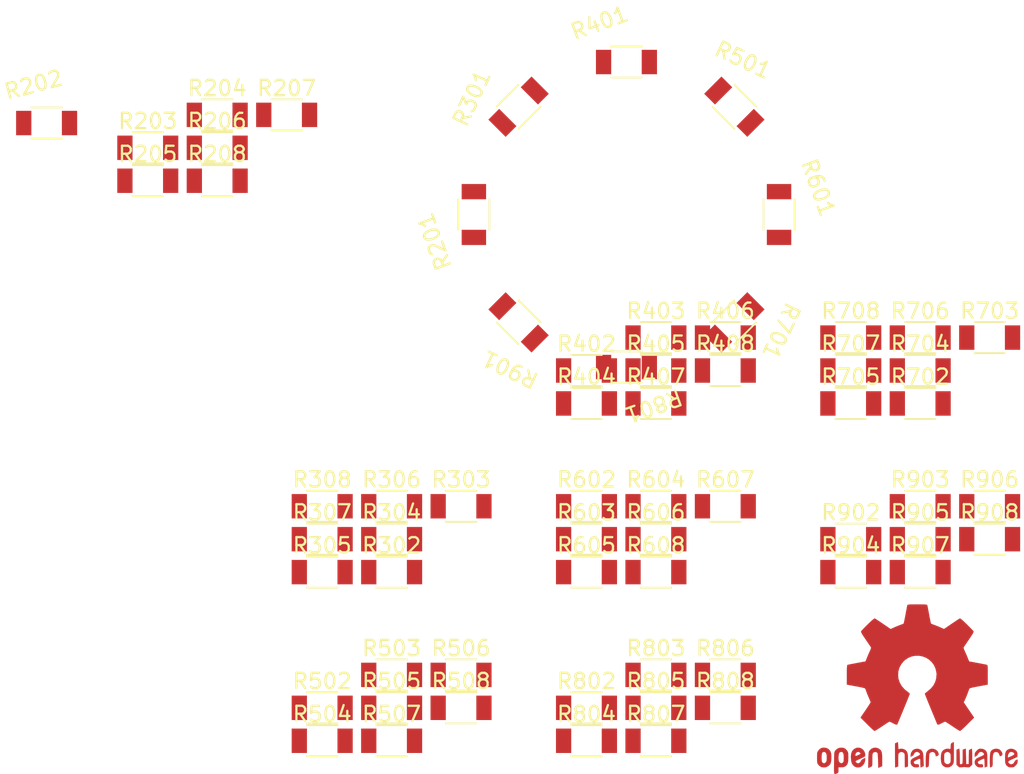
<source format=kicad_pcb>
(kicad_pcb (version 20211014) (generator pcbnew)
  (layers (0 "F.Cu" signal) (31 "B.Cu" signal) (34 "B.Paste" user) (35 "F.Paste" user) (36 "B.SilkS" user "B.Silkscreen") (37 "F.SilkS" user "F.Silkscreen") (38 "B.Mask" user) (39 "F.Mask" user) (44 "Edge.Cuts" user))
  (net 0 "")
  (footprint "Passives:R1206M" (layer "F.Cu") (at 80 50 180)
    (fp_text reference "R801" (at -1.768 -2.568 200 unlocked) (layer "F.SilkS"))
    (fp_text value "1k" hide)
    (pad "1" smd rect locked (at -1.5 0 180) (size 1 1.6) (layers "F.Cu" "F.Paste" "F.Mask"))
    (pad "2" smd rect locked (at 1.5 0 180) (size 1 1.6) (layers "F.Cu" "F.Paste" "F.Mask"))
  )
  (footprint "Passives:R1206M" (layer "F.Cu") (at 77.380001 59.130001)
    (fp_text reference "R602" (at 0 -1.75) (layer "F.SilkS"))
    (fp_text value "1k" hide)
    (pad "1" smd rect locked (at -1.5 0) (size 1 1.6) (layers "F.Cu" "F.Paste" "F.Mask"))
    (pad "2" smd rect locked (at 1.5 0) (size 1 1.6) (layers "F.Cu" "F.Paste" "F.Mask"))
  )
  (footprint "Passives:R1206M" (layer "F.Cu") (at 77.380001 61.290001)
    (fp_text reference "R603" (at 0 -1.75) (layer "F.SilkS"))
    (fp_text value "1k" hide)
    (pad "1" smd rect locked (at -1.5 0) (size 1 1.6) (layers "F.Cu" "F.Paste" "F.Mask"))
    (pad "2" smd rect locked (at 1.5 0) (size 1 1.6) (layers "F.Cu" "F.Paste" "F.Mask"))
  )
  (footprint "Passives:R1206M" (layer "F.Cu") (at 81.930001 59.130001)
    (fp_text reference "R604" (at 0 -1.75) (layer "F.SilkS"))
    (fp_text value "1k" hide)
    (pad "1" smd rect locked (at -1.5 0) (size 1 1.6) (layers "F.Cu" "F.Paste" "F.Mask"))
    (pad "2" smd rect locked (at 1.5 0) (size 1 1.6) (layers "F.Cu" "F.Paste" "F.Mask"))
  )
  (footprint "Passives:R1206M" (layer "F.Cu") (at 77.380001 63.450001)
    (fp_text reference "R605" (at 0 -1.75) (layer "F.SilkS"))
    (fp_text value "1k" hide)
    (pad "1" smd rect locked (at -1.5 0) (size 1 1.6) (layers "F.Cu" "F.Paste" "F.Mask"))
    (pad "2" smd rect locked (at 1.5 0) (size 1 1.6) (layers "F.Cu" "F.Paste" "F.Mask"))
  )
  (footprint "Passives:R1206M" (layer "F.Cu") (at 81.930001 61.290001)
    (fp_text reference "R606" (at 0 -1.75) (layer "F.SilkS"))
    (fp_text value "1k" hide)
    (pad "1" smd rect locked (at -1.5 0) (size 1 1.6) (layers "F.Cu" "F.Paste" "F.Mask"))
    (pad "2" smd rect locked (at 1.5 0) (size 1 1.6) (layers "F.Cu" "F.Paste" "F.Mask"))
  )
  (footprint "Passives:R1206M" (layer "F.Cu") (at 86.480001 59.130001)
    (fp_text reference "R607" (at 0 -1.75) (layer "F.SilkS"))
    (fp_text value "1k" hide)
    (pad "1" smd rect locked (at -1.5 0) (size 1 1.6) (layers "F.Cu" "F.Paste" "F.Mask"))
    (pad "2" smd rect locked (at 1.5 0) (size 1 1.6) (layers "F.Cu" "F.Paste" "F.Mask"))
  )
  (footprint "Passives:R1206M" (layer "F.Cu") (at 81.930001 63.450001)
    (fp_text reference "R608" (at 0 -1.75) (layer "F.SilkS"))
    (fp_text value "1k" hide)
    (pad "1" smd rect locked (at -1.5 0) (size 1 1.6) (layers "F.Cu" "F.Paste" "F.Mask"))
    (pad "2" smd rect locked (at 1.5 0) (size 1 1.6) (layers "F.Cu" "F.Paste" "F.Mask"))
  )
  (footprint "Passives:R1206M" (layer "F.Cu") (at 87.071067 47.071067 -135)
    (fp_text reference "R701" (at -1.768 -2.568 -115 unlocked) (layer "F.SilkS"))
    (fp_text value "1k" hide)
    (pad "1" smd rect locked (at -1.5 0 225) (size 1 1.6) (layers "F.Cu" "F.Paste" "F.Mask"))
    (pad "2" smd rect locked (at 1.5 0 225) (size 1 1.6) (layers "F.Cu" "F.Paste" "F.Mask"))
  )
  (footprint "Passives:R1206M" (layer "F.Cu") (at 99.250001 52.390001)
    (fp_text reference "R702" (at 0 -1.75) (layer "F.SilkS"))
    (fp_text value "1k" hide)
    (pad "1" smd rect locked (at -1.5 0) (size 1 1.6) (layers "F.Cu" "F.Paste" "F.Mask"))
    (pad "2" smd rect locked (at 1.5 0) (size 1 1.6) (layers "F.Cu" "F.Paste" "F.Mask"))
  )
  (footprint "Passives:R1206M" (layer "F.Cu") (at 103.800001 48.070001)
    (fp_text reference "R703" (at 0 -1.75) (layer "F.SilkS"))
    (fp_text value "1k" hide)
    (pad "1" smd rect locked (at -1.5 0) (size 1 1.6) (layers "F.Cu" "F.Paste" "F.Mask"))
    (pad "2" smd rect locked (at 1.5 0) (size 1 1.6) (layers "F.Cu" "F.Paste" "F.Mask"))
  )
  (footprint "Passives:R1206M" (layer "F.Cu") (at 99.250001 50.230001)
    (fp_text reference "R704" (at 0 -1.75) (layer "F.SilkS"))
    (fp_text value "1k" hide)
    (pad "1" smd rect locked (at -1.5 0) (size 1 1.6) (layers "F.Cu" "F.Paste" "F.Mask"))
    (pad "2" smd rect locked (at 1.5 0) (size 1 1.6) (layers "F.Cu" "F.Paste" "F.Mask"))
  )
  (footprint "Passives:R1206M" (layer "F.Cu") (at 94.700001 52.390001)
    (fp_text reference "R705" (at 0 -1.75) (layer "F.SilkS"))
    (fp_text value "1k" hide)
    (pad "1" smd rect locked (at -1.5 0) (size 1 1.6) (layers "F.Cu" "F.Paste" "F.Mask"))
    (pad "2" smd rect locked (at 1.5 0) (size 1 1.6) (layers "F.Cu" "F.Paste" "F.Mask"))
  )
  (footprint "Passives:R1206M" (layer "F.Cu") (at 99.250001 48.070001)
    (fp_text reference "R706" (at 0 -1.75) (layer "F.SilkS"))
    (fp_text value "1k" hide)
    (pad "1" smd rect locked (at -1.5 0) (size 1 1.6) (layers "F.Cu" "F.Paste" "F.Mask"))
    (pad "2" smd rect locked (at 1.5 0) (size 1 1.6) (layers "F.Cu" "F.Paste" "F.Mask"))
  )
  (footprint "Passives:R1206M" (layer "F.Cu") (at 94.700001 50.230001)
    (fp_text reference "R707" (at 0 -1.75) (layer "F.SilkS"))
    (fp_text value "1k" hide)
    (pad "1" smd rect locked (at -1.5 0) (size 1 1.6) (layers "F.Cu" "F.Paste" "F.Mask"))
    (pad "2" smd rect locked (at 1.5 0) (size 1 1.6) (layers "F.Cu" "F.Paste" "F.Mask"))
  )
  (footprint "Passives:R1206M" (layer "F.Cu") (at 94.700001 48.070001)
    (fp_text reference "R708" (at 0 -1.75) (layer "F.SilkS"))
    (fp_text value "1k" hide)
    (pad "1" smd rect locked (at -1.5 0) (size 1 1.6) (layers "F.Cu" "F.Paste" "F.Mask"))
    (pad "2" smd rect locked (at 1.5 0) (size 1 1.6) (layers "F.Cu" "F.Paste" "F.Mask"))
  )
  (footprint "Passives:R1206M" (layer "F.Cu") (at 90 40 -90)
    (fp_text reference "R601" (at -1.768 -2.568 -70 unlocked) (layer "F.SilkS"))
    (fp_text value "1k" hide)
    (pad "1" smd rect locked (at -1.5 0 270) (size 1 1.6) (layers "F.Cu" "F.Paste" "F.Mask"))
    (pad "2" smd rect locked (at 1.5 0 270) (size 1 1.6) (layers "F.Cu" "F.Paste" "F.Mask"))
  )
  (footprint "Passives:R1206M" (layer "F.Cu") (at 77.380001 72.350001)
    (fp_text reference "R802" (at 0 -1.75) (layer "F.SilkS"))
    (fp_text value "1k" hide)
    (pad "1" smd rect locked (at -1.5 0) (size 1 1.6) (layers "F.Cu" "F.Paste" "F.Mask"))
    (pad "2" smd rect locked (at 1.5 0) (size 1 1.6) (layers "F.Cu" "F.Paste" "F.Mask"))
  )
  (footprint "Passives:R1206M" (layer "F.Cu") (at 81.930001 70.190001)
    (fp_text reference "R803" (at 0 -1.75) (layer "F.SilkS"))
    (fp_text value "1k" hide)
    (pad "1" smd rect locked (at -1.5 0) (size 1 1.6) (layers "F.Cu" "F.Paste" "F.Mask"))
    (pad "2" smd rect locked (at 1.5 0) (size 1 1.6) (layers "F.Cu" "F.Paste" "F.Mask"))
  )
  (footprint "Passives:R1206M" (layer "F.Cu") (at 77.380001 74.510001)
    (fp_text reference "R804" (at 0 -1.75) (layer "F.SilkS"))
    (fp_text value "1k" hide)
    (pad "1" smd rect locked (at -1.5 0) (size 1 1.6) (layers "F.Cu" "F.Paste" "F.Mask"))
    (pad "2" smd rect locked (at 1.5 0) (size 1 1.6) (layers "F.Cu" "F.Paste" "F.Mask"))
  )
  (footprint "Passives:R1206M" (layer "F.Cu") (at 81.930001 72.350001)
    (fp_text reference "R805" (at 0 -1.75) (layer "F.SilkS"))
    (fp_text value "1k" hide)
    (pad "1" smd rect locked (at -1.5 0) (size 1 1.6) (layers "F.Cu" "F.Paste" "F.Mask"))
    (pad "2" smd rect locked (at 1.5 0) (size 1 1.6) (layers "F.Cu" "F.Paste" "F.Mask"))
  )
  (footprint "Passives:R1206M" (layer "F.Cu") (at 86.480001 70.190001)
    (fp_text reference "R806" (at 0 -1.75) (layer "F.SilkS"))
    (fp_text value "1k" hide)
    (pad "1" smd rect locked (at -1.5 0) (size 1 1.6) (layers "F.Cu" "F.Paste" "F.Mask"))
    (pad "2" smd rect locked (at 1.5 0) (size 1 1.6) (layers "F.Cu" "F.Paste" "F.Mask"))
  )
  (footprint "Passives:R1206M" (layer "F.Cu") (at 81.930001 74.510001)
    (fp_text reference "R807" (at 0 -1.75) (layer "F.SilkS"))
    (fp_text value "1k" hide)
    (pad "1" smd rect locked (at -1.5 0) (size 1 1.6) (layers "F.Cu" "F.Paste" "F.Mask"))
    (pad "2" smd rect locked (at 1.5 0) (size 1 1.6) (layers "F.Cu" "F.Paste" "F.Mask"))
  )
  (footprint "Passives:R1206M" (layer "F.Cu") (at 86.480001 72.350001)
    (fp_text reference "R808" (at 0 -1.75) (layer "F.SilkS"))
    (fp_text value "1k" hide)
    (pad "1" smd rect locked (at -1.5 0) (size 1 1.6) (layers "F.Cu" "F.Paste" "F.Mask"))
    (pad "2" smd rect locked (at 1.5 0) (size 1 1.6) (layers "F.Cu" "F.Paste" "F.Mask"))
  )
  (footprint "Passives:R1206M" (layer "F.Cu") (at 72.928932 47.071067 135)
    (fp_text reference "R901" (at -1.768 -2.568 155 unlocked) (layer "F.SilkS"))
    (fp_text value "1k" hide)
    (pad "1" smd rect locked (at -1.5 0 135) (size 1 1.6) (layers "F.Cu" "F.Paste" "F.Mask"))
    (pad "2" smd rect locked (at 1.5 0 135) (size 1 1.6) (layers "F.Cu" "F.Paste" "F.Mask"))
  )
  (footprint "Passives:R1206M" (layer "F.Cu") (at 94.700001 61.290001)
    (fp_text reference "R902" (at 0 -1.75) (layer "F.SilkS"))
    (fp_text value "1k" hide)
    (pad "1" smd rect locked (at -1.5 0) (size 1 1.6) (layers "F.Cu" "F.Paste" "F.Mask"))
    (pad "2" smd rect locked (at 1.5 0) (size 1 1.6) (layers "F.Cu" "F.Paste" "F.Mask"))
  )
  (footprint "Passives:R1206M" (layer "F.Cu") (at 99.250001 59.130001)
    (fp_text reference "R903" (at 0 -1.75) (layer "F.SilkS"))
    (fp_text value "1k" hide)
    (pad "1" smd rect locked (at -1.5 0) (size 1 1.6) (layers "F.Cu" "F.Paste" "F.Mask"))
    (pad "2" smd rect locked (at 1.5 0) (size 1 1.6) (layers "F.Cu" "F.Paste" "F.Mask"))
  )
  (footprint "Passives:R1206M" (layer "F.Cu") (at 94.700001 63.450001)
    (fp_text reference "R904" (at 0 -1.75) (layer "F.SilkS"))
    (fp_text value "1k" hide)
    (pad "1" smd rect locked (at -1.5 0) (size 1 1.6) (layers "F.Cu" "F.Paste" "F.Mask"))
    (pad "2" smd rect locked (at 1.5 0) (size 1 1.6) (layers "F.Cu" "F.Paste" "F.Mask"))
  )
  (footprint "Passives:R1206M" (layer "F.Cu") (at 99.250001 61.290001)
    (fp_text reference "R905" (at 0 -1.75) (layer "F.SilkS"))
    (fp_text value "1k" hide)
    (pad "1" smd rect locked (at -1.5 0) (size 1 1.6) (layers "F.Cu" "F.Paste" "F.Mask"))
    (pad "2" smd rect locked (at 1.5 0) (size 1 1.6) (layers "F.Cu" "F.Paste" "F.Mask"))
  )
  (footprint "Passives:R1206M" (layer "F.Cu") (at 103.800001 59.130001)
    (fp_text reference "R906" (at 0 -1.75) (layer "F.SilkS"))
    (fp_text value "1k" hide)
    (pad "1" smd rect locked (at -1.5 0) (size 1 1.6) (layers "F.Cu" "F.Paste" "F.Mask"))
    (pad "2" smd rect locked (at 1.5 0) (size 1 1.6) (layers "F.Cu" "F.Paste" "F.Mask"))
  )
  (footprint "Passives:R1206M" (layer "F.Cu") (at 99.250001 63.450001)
    (fp_text reference "R907" (at 0 -1.75) (layer "F.SilkS"))
    (fp_text value "1k" hide)
    (pad "1" smd rect locked (at -1.5 0) (size 1 1.6) (layers "F.Cu" "F.Paste" "F.Mask"))
    (pad "2" smd rect locked (at 1.5 0) (size 1 1.6) (layers "F.Cu" "F.Paste" "F.Mask"))
  )
  (footprint "Passives:R1206M" (layer "F.Cu") (at 103.800001 61.290001)
    (fp_text reference "R908" (at 0 -1.75) (layer "F.SilkS"))
    (fp_text value "1k" hide)
    (pad "1" smd rect locked (at -1.5 0) (size 1 1.6) (layers "F.Cu" "F.Paste" "F.Mask"))
    (pad "2" smd rect locked (at 1.5 0) (size 1 1.6) (layers "F.Cu" "F.Paste" "F.Mask"))
  )
  (footprint "Passives:R1206M" (layer "F.Cu") (at 80 30)
    (fp_text reference "R401" (at -1.768 -2.568 20 unlocked) (layer "F.SilkS"))
    (fp_text value "1k" hide)
    (pad "1" smd rect locked (at -1.5 0) (size 1 1.6) (layers "F.Cu" "F.Paste" "F.Mask"))
    (pad "2" smd rect locked (at 1.5 0) (size 1 1.6) (layers "F.Cu" "F.Paste" "F.Mask"))
  )
  (footprint "Passives:R1206M" (layer "F.Cu") (at 42 34)
    (fp_text reference "R202" (at -0.852 -2.504 15 unlocked) (layer "F.SilkS"))
    (fp_text value "1k" hide)
    (pad "1" smd rect locked (at -1.5 0) (size 1 1.6) (layers "F.Cu" "F.Paste" "F.Mask"))
    (pad "2" smd rect locked (at 1.5 0) (size 1 1.6) (layers "F.Cu" "F.Paste" "F.Mask"))
  )
  (footprint "Passives:R1206M" (layer "F.Cu") (at 48.630001 35.625001)
    (fp_text reference "R203" (at 0 -1.75) (layer "F.SilkS"))
    (fp_text value "1k" hide)
    (pad "1" smd rect locked (at -1.5 0) (size 1 1.6) (layers "F.Cu" "F.Paste" "F.Mask"))
    (pad "2" smd rect locked (at 1.5 0) (size 1 1.6) (layers "F.Cu" "F.Paste" "F.Mask"))
  )
  (footprint "Passives:R1206M" (layer "F.Cu") (at 53.180001 33.465001)
    (fp_text reference "R204" (at 0 -1.75) (layer "F.SilkS"))
    (fp_text value "1k" hide)
    (pad "1" smd rect locked (at -1.5 0) (size 1 1.6) (layers "F.Cu" "F.Paste" "F.Mask"))
    (pad "2" smd rect locked (at 1.5 0) (size 1 1.6) (layers "F.Cu" "F.Paste" "F.Mask"))
  )
  (footprint "Passives:R1206M" (layer "F.Cu") (at 48.630001 37.785001)
    (fp_text reference "R205" (at 0 -1.75) (layer "F.SilkS"))
    (fp_text value "1k" hide)
    (pad "1" smd rect locked (at -1.5 0) (size 1 1.6) (layers "F.Cu" "F.Paste" "F.Mask"))
    (pad "2" smd rect locked (at 1.5 0) (size 1 1.6) (layers "F.Cu" "F.Paste" "F.Mask"))
  )
  (footprint "Passives:R1206M" (layer "F.Cu") (at 53.180001 35.625001)
    (fp_text reference "R206" (at 0 -1.75) (layer "F.SilkS"))
    (fp_text value "1k" hide)
    (pad "1" smd rect locked (at -1.5 0) (size 1 1.6) (layers "F.Cu" "F.Paste" "F.Mask"))
    (pad "2" smd rect locked (at 1.5 0) (size 1 1.6) (layers "F.Cu" "F.Paste" "F.Mask"))
  )
  (footprint "Passives:R1206M" (layer "F.Cu") (at 57.730001 33.465001)
    (fp_text reference "R207" (at 0 -1.75) (layer "F.SilkS"))
    (fp_text value "1k" hide)
    (pad "1" smd rect locked (at -1.5 0) (size 1 1.6) (layers "F.Cu" "F.Paste" "F.Mask"))
    (pad "2" smd rect locked (at 1.5 0) (size 1 1.6) (layers "F.Cu" "F.Paste" "F.Mask"))
  )
  (footprint "Passives:R1206M" (layer "F.Cu") (at 53.180001 37.785001)
    (fp_text reference "R208" (at 0 -1.75) (layer "F.SilkS"))
    (fp_text value "1k" hide)
    (pad "1" smd rect locked (at -1.5 0) (size 1 1.6) (layers "F.Cu" "F.Paste" "F.Mask"))
    (pad "2" smd rect locked (at 1.5 0) (size 1 1.6) (layers "F.Cu" "F.Paste" "F.Mask"))
  )
  (footprint "Passives:R1206M" (layer "F.Cu") (at 72.928932 32.928932 45)
    (fp_text reference "R301" (at -1.768 -2.568001 65 unlocked) (layer "F.SilkS"))
    (fp_text value "1k" hide)
    (pad "1" smd rect locked (at -1.5 0 45) (size 1 1.6) (layers "F.Cu" "F.Paste" "F.Mask"))
    (pad "2" smd rect locked (at 1.5 0 45) (size 1 1.6) (layers "F.Cu" "F.Paste" "F.Mask"))
  )
  (footprint "Passives:R1206M" (layer "F.Cu") (at 64.610001 63.450001)
    (fp_text reference "R302" (at 0 -1.75) (layer "F.SilkS"))
    (fp_text value "1k" hide)
    (pad "1" smd rect locked (at -1.5 0) (size 1 1.6) (layers "F.Cu" "F.Paste" "F.Mask"))
    (pad "2" smd rect locked (at 1.5 0) (size 1 1.6) (layers "F.Cu" "F.Paste" "F.Mask"))
  )
  (footprint "Passives:R1206M" (layer "F.Cu") (at 69.160001 59.130001)
    (fp_text reference "R303" (at 0 -1.75) (layer "F.SilkS"))
    (fp_text value "1k" hide)
    (pad "1" smd rect locked (at -1.5 0) (size 1 1.6) (layers "F.Cu" "F.Paste" "F.Mask"))
    (pad "2" smd rect locked (at 1.5 0) (size 1 1.6) (layers "F.Cu" "F.Paste" "F.Mask"))
  )
  (footprint "Passives:R1206M" (layer "F.Cu") (at 64.610001 61.290001)
    (fp_text reference "R304" (at 0 -1.75) (layer "F.SilkS"))
    (fp_text value "1k" hide)
    (pad "1" smd rect locked (at -1.5 0) (size 1 1.6) (layers "F.Cu" "F.Paste" "F.Mask"))
    (pad "2" smd rect locked (at 1.5 0) (size 1 1.6) (layers "F.Cu" "F.Paste" "F.Mask"))
  )
  (footprint "Passives:R1206M" (layer "F.Cu") (at 60.060001 63.450001)
    (fp_text reference "R305" (at 0 -1.75) (layer "F.SilkS"))
    (fp_text value "1k" hide)
    (pad "1" smd rect locked (at -1.5 0) (size 1 1.6) (layers "F.Cu" "F.Paste" "F.Mask"))
    (pad "2" smd rect locked (at 1.5 0) (size 1 1.6) (layers "F.Cu" "F.Paste" "F.Mask"))
  )
  (footprint "Passives:R1206M" (layer "F.Cu") (at 64.610001 59.130001)
    (fp_text reference "R306" (at 0 -1.75) (layer "F.SilkS"))
    (fp_text value "1k" hide)
    (pad "1" smd rect locked (at -1.5 0) (size 1 1.6) (layers "F.Cu" "F.Paste" "F.Mask"))
    (pad "2" smd rect locked (at 1.5 0) (size 1 1.6) (layers "F.Cu" "F.Paste" "F.Mask"))
  )
  (footprint "Passives:R1206M" (layer "F.Cu") (at 60.060001 61.290001)
    (fp_text reference "R307" (at 0 -1.75) (layer "F.SilkS"))
    (fp_text value "1k" hide)
    (pad "1" smd rect locked (at -1.5 0) (size 1 1.6) (layers "F.Cu" "F.Paste" "F.Mask"))
    (pad "2" smd rect locked (at 1.5 0) (size 1 1.6) (layers "F.Cu" "F.Paste" "F.Mask"))
  )
  (footprint "Passives:R1206M" (layer "F.Cu") (at 60.060001 59.130001)
    (fp_text reference "R308" (at 0 -1.75) (layer "F.SilkS"))
    (fp_text value "1k" hide)
    (pad "1" smd rect locked (at -1.5 0) (size 1 1.6) (layers "F.Cu" "F.Paste" "F.Mask"))
    (pad "2" smd rect locked (at 1.5 0) (size 1 1.6) (layers "F.Cu" "F.Paste" "F.Mask"))
  )
  (footprint "Passives:R1206M" (layer "F.Cu") (at 70 40 90)
    (fp_text reference "R201" (at -1.768 -2.568 110 unlocked) (layer "F.SilkS"))
    (fp_text value "1k" hide)
    (pad "1" smd rect locked (at -1.5 0 90) (size 1 1.6) (layers "F.Cu" "F.Paste" "F.Mask"))
    (pad "2" smd rect locked (at 1.5 0 90) (size 1 1.6) (layers "F.Cu" "F.Paste" "F.Mask"))
  )
  (footprint "Passives:R1206M" (layer "F.Cu") (at 77.380001 50.230001)
    (fp_text reference "R402" (at 0 -1.75) (layer "F.SilkS"))
    (fp_text value "1k" hide)
    (pad "1" smd rect locked (at -1.5 0) (size 1 1.6) (layers "F.Cu" "F.Paste" "F.Mask"))
    (pad "2" smd rect locked (at 1.5 0) (size 1 1.6) (layers "F.Cu" "F.Paste" "F.Mask"))
  )
  (footprint "Passives:R1206M" (layer "F.Cu") (at 81.930001 48.070001)
    (fp_text reference "R403" (at 0 -1.75) (layer "F.SilkS"))
    (fp_text value "1k" hide)
    (pad "1" smd rect locked (at -1.5 0) (size 1 1.6) (layers "F.Cu" "F.Paste" "F.Mask"))
    (pad "2" smd rect locked (at 1.5 0) (size 1 1.6) (layers "F.Cu" "F.Paste" "F.Mask"))
  )
  (footprint "Passives:R1206M" (layer "F.Cu") (at 77.380001 52.390001)
    (fp_text reference "R404" (at 0 -1.75) (layer "F.SilkS"))
    (fp_text value "1k" hide)
    (pad "1" smd rect locked (at -1.5 0) (size 1 1.6) (layers "F.Cu" "F.Paste" "F.Mask"))
    (pad "2" smd rect locked (at 1.5 0) (size 1 1.6) (layers "F.Cu" "F.Paste" "F.Mask"))
  )
  (footprint "Passives:R1206M" (layer "F.Cu") (at 81.930001 50.230001)
    (fp_text reference "R405" (at 0 -1.75) (layer "F.SilkS"))
    (fp_text value "1k" hide)
    (pad "1" smd rect locked (at -1.5 0) (size 1 1.6) (layers "F.Cu" "F.Paste" "F.Mask"))
    (pad "2" smd rect locked (at 1.5 0) (size 1 1.6) (layers "F.Cu" "F.Paste" "F.Mask"))
  )
  (footprint "Passives:R1206M" (layer "F.Cu") (at 86.480001 48.070001)
    (fp_text reference "R406" (at 0 -1.75) (layer "F.SilkS"))
    (fp_text value "1k" hide)
    (pad "1" smd rect locked (at -1.5 0) (size 1 1.6) (layers "F.Cu" "F.Paste" "F.Mask"))
    (pad "2" smd rect locked (at 1.5 0) (size 1 1.6) (layers "F.Cu" "F.Paste" "F.Mask"))
  )
  (footprint "Passives:R1206M" (layer "F.Cu") (at 81.930001 52.390001)
    (fp_text reference "R407" (at 0 -1.75) (layer "F.SilkS"))
    (fp_text value "1k" hide)
    (pad "1" smd rect locked (at -1.5 0) (size 1 1.6) (layers "F.Cu" "F.Paste" "F.Mask"))
    (pad "2" smd rect locked (at 1.5 0) (size 1 1.6) (layers "F.Cu" "F.Paste" "F.Mask"))
  )
  (footprint "Passives:R1206M" (layer "F.Cu") (at 86.480001 50.230001)
    (fp_text reference "R408" (at 0 -1.75) (layer "F.SilkS"))
    (fp_text value "1k" hide)
    (pad "1" smd rect locked (at -1.5 0) (size 1 1.6) (layers "F.Cu" "F.Paste" "F.Mask"))
    (pad "2" smd rect locked (at 1.5 0) (size 1 1.6) (layers "F.Cu" "F.Paste" "F.Mask"))
  )
  (footprint "Passives:R1206M" (layer "F.Cu") (at 87.071067 32.928932 -45)
    (fp_text reference "R501" (at -1.768001 -2.568 -25 unlocked) (layer "F.SilkS"))
    (fp_text value "1k" hide)
    (pad "1" smd rect locked (at -1.5 0 315) (size 1 1.6) (layers "F.Cu" "F.Paste" "F.Mask"))
    (pad "2" smd rect locked (at 1.5 0 315) (size 1 1.6) (layers "F.Cu" "F.Paste" "F.Mask"))
  )
  (footprint "Passives:R1206M" (layer "F.Cu") (at 60.060001 72.350001)
    (fp_text reference "R502" (at 0 -1.75) (layer "F.SilkS"))
    (fp_text value "1k" hide)
    (pad "1" smd rect locked (at -1.5 0) (size 1 1.6) (layers "F.Cu" "F.Paste" "F.Mask"))
    (pad "2" smd rect locked (at 1.5 0) (size 1 1.6) (layers "F.Cu" "F.Paste" "F.Mask"))
  )
  (footprint "Passives:R1206M" (layer "F.Cu") (at 64.610001 70.190001)
    (fp_text reference "R503" (at 0 -1.75) (layer "F.SilkS"))
    (fp_text value "1k" hide)
    (pad "1" smd rect locked (at -1.5 0) (size 1 1.6) (layers "F.Cu" "F.Paste" "F.Mask"))
    (pad "2" smd rect locked (at 1.5 0) (size 1 1.6) (layers "F.Cu" "F.Paste" "F.Mask"))
  )
  (footprint "Passives:R1206M" (layer "F.Cu") (at 60.060001 74.510001)
    (fp_text reference "R504" (at 0 -1.75) (layer "F.SilkS"))
    (fp_text value "1k" hide)
    (pad "1" smd rect locked (at -1.5 0) (size 1 1.6) (layers "F.Cu" "F.Paste" "F.Mask"))
    (pad "2" smd rect locked (at 1.5 0) (size 1 1.6) (layers "F.Cu" "F.Paste" "F.Mask"))
  )
  (footprint "Passives:R1206M" (layer "F.Cu") (at 64.610001 72.350001)
    (fp_text reference "R505" (at 0 -1.75) (layer "F.SilkS"))
    (fp_text value "1k" hide)
    (pad "1" smd rect locked (at -1.5 0) (size 1 1.6) (layers "F.Cu" "F.Paste" "F.Mask"))
    (pad "2" smd rect locked (at 1.5 0) (size 1 1.6) (layers "F.Cu" "F.Paste" "F.Mask"))
  )
  (footprint "Passives:R1206M" (layer "F.Cu") (at 69.160001 70.190001)
    (fp_text reference "R506" (at 0 -1.75) (layer "F.SilkS"))
    (fp_text value "1k" hide)
    (pad "1" smd rect locked (at -1.5 0) (size 1 1.6) (layers "F.Cu" "F.Paste" "F.Mask"))
    (pad "2" smd rect locked (at 1.5 0) (size 1 1.6) (layers "F.Cu" "F.Paste" "F.Mask"))
  )
  (footprint "Passives:R1206M" (layer "F.Cu") (at 64.610001 74.510001)
    (fp_text reference "R507" (at 0 -1.75) (layer "F.SilkS"))
    (fp_text value "1k" hide)
    (pad "1" smd rect locked (at -1.5 0) (size 1 1.6) (layers "F.Cu" "F.Paste" "F.Mask"))
    (pad "2" smd rect locked (at 1.5 0) (size 1 1.6) (layers "F.Cu" "F.Paste" "F.Mask"))
  )
  (footprint "Passives:R1206M" (layer "F.Cu") (at 69.160001 72.350001)
    (fp_text reference "R508" (at 0 -1.75) (layer "F.SilkS"))
    (fp_text value "1k" hide)
    (pad "1" smd rect locked (at -1.5 0) (size 1 1.6) (layers "F.Cu" "F.Paste" "F.Mask"))
    (pad "2" smd rect locked (at 1.5 0) (size 1 1.6) (layers "F.Cu" "F.Paste" "F.Mask"))
  )
  (footprint "Symbol:OSHW-Logo2_14.6x12mm_Copper" (layer "F.Cu") (at 99.06 71.12)
    (fp_text reference "REF**" hide)
    (fp_text value "OSHW-Logo2_14.6x12mm_Copper" hide)
    (fp_poly (pts (xy -4.8281 3.861903) (xy -4.71655 3.917522) (xy -4.618092 4.019931) (xy -4.590977 4.057864) (xy -4.561438 4.1075) (xy -4.542272 4.161412) (xy -4.531307 4.233364) (xy -4.526371 4.337122) (xy -4.525287 4.474101) (xy -4.530182 4.661815) (xy -4.547196 4.802758) (xy -4.579823 4.907908) (xy -4.631558 4.988243) (xy -4.705896 5.054741) (xy -4.711358 5.058678) (xy -4.78462 5.098953) (xy -4.87284 5.11888) (xy -4.985038 5.123793) (xy -5.167433 5.123793) (xy -5.167509 5.300857) (xy -5.169207 5.39947) (xy -5.17955 5.457314) (xy -5.206578 5.492006) (xy -5.258332 5.521164) (xy -5.270761 5.527121) (xy -5.328923 5.555039) (xy -5.373956 5.572672) (xy -5.407441 5.574194) (xy -5.430962 5.553781) (xy -5.4461 5.505607) (xy -5.454437 5.423846) (xy -5.457556 5.302672) (xy -5.45704 5.13626) (xy -5.454471 4.918785) (xy -5.453668 4.853736) (xy -5.450778 4.629502) (xy -5.448188 4.482821) (xy -5.167586 4.482821) (xy -5.166009 4.607326) (xy -5.159 4.688787) (xy -5.143142 4.742515) (xy -5.115019 4.783823) (xy -5.095925 4.803971) (xy -5.017865 4.862921) (xy -4.948753 4.86772) (xy -4.87744 4.819038) (xy -4.875632 4.817241) (xy -4.846617 4.779618) (xy -4.828967 4.728484) (xy -4.820064 4.649738) (xy -4.817291 4.529276) (xy -4.817241 4.502588) (xy -4.823942 4.336583) (xy -4.845752 4.221505) (xy -4.885235 4.151254) (xy -4.944956 4.119729) (xy -4.979472 4.116552) (xy -5.061389 4.13146) (xy -5.117579 4.180548) (xy -5.151402 4.270362) (xy -5.16622 4.407445) (xy -5.167586 4.482821) (xy -5.448188 4.482821) (xy -5.447713 4.455952) (xy -5.443753 4.325382) (xy -5.438174 4.230087) (xy -5.430254 4.162364) (xy -5.419269 4.114507) (xy -5.404499 4.078813) (xy -5.385218 4.047578) (xy -5.376951 4.035824) (xy -5.267288 3.924797) (xy -5.128635 3.861847) (xy -4.968246 3.844297) (xy -4.8281 3.861903)) (layer "F.Cu") (width 0.01) (fill solid))
    (fp_poly (pts (xy 6.343439 3.95654) (xy 6.45895 4.032034) (xy 6.514664 4.099617) (xy 6.558804 4.222255) (xy 6.562309 4.319298) (xy 6.554368 4.449056) (xy 6.255115 4.580039) (xy 6.109611 4.646958) (xy 6.014537 4.70079) (xy 5.965101 4.747416) (xy 5.956511 4.79272) (xy 5.983972 4.842582) (xy 6.014253 4.875632) (xy 6.102363 4.928633) (xy 6.198196 4.932347) (xy 6.286212 4.891041) (xy 6.350869 4.808983) (xy 6.362433 4.780008) (xy 6.417825 4.689509) (xy 6.481553 4.65094) (xy 6.568966 4.617946) (xy 6.568966 4.743034) (xy 6.561238 4.828156) (xy 6.530966 4.899938) (xy 6.467518 4.982356) (xy 6.458088 4.993066) (xy 6.387513 5.066391) (xy 6.326847 5.105742) (xy 6.25095 5.123845) (xy 6.18803 5.129774) (xy 6.075487 5.131251) (xy 5.99537 5.112535) (xy 5.94539 5.084747) (xy 5.866838 5.023641) (xy 5.812463 4.957554) (xy 5.778052 4.874441) (xy 5.759388 4.762254) (xy 5.752256 4.608946) (xy 5.751687 4.531136) (xy 5.753622 4.437853) (xy 5.929899 4.437853) (xy 5.931944 4.487896) (xy 5.937039 4.496092) (xy 5.970666 4.484958) (xy 6.04303 4.455493) (xy 6.139747 4.413601) (xy 6.159973 4.404597) (xy 6.282203 4.342442) (xy 6.349547 4.287815) (xy 6.364348 4.236649) (xy 6.328947 4.184876) (xy 6.299711 4.162) (xy 6.194216 4.11625) (xy 6.095476 4.123808) (xy 6.012812 4.179651) (xy 5.955548 4.278753) (xy 5.937188 4.357414) (xy 5.929899 4.437853) (xy 5.753622 4.437853) (xy 5.755459 4.349351) (xy 5.769359 4.214853) (xy 5.796894 4.116916) (xy 5.841572 4.044811) (xy 5.906901 3.987813) (xy 5.935383 3.969393) (xy 6.064763 3.921422) (xy 6.206412 3.918403) (xy 6.343439 3.95654)) (layer "F.Cu") (width 0.01) (fill solid))
    (fp_poly (pts (xy 5.33569 3.940018) (xy 5.370585 3.955269) (xy 5.453877 4.021235) (xy 5.525103 4.116618) (xy 5.569153 4.218406) (xy 5.576322 4.268587) (xy 5.552285 4.338647) (xy 5.499561 4.375717) (xy 5.443031 4.398164) (xy 5.417146 4.4023) (xy 5.404542 4.372283) (xy 5.379654 4.306961) (xy 5.368735 4.277445) (xy 5.307508 4.175348) (xy 5.218861 4.124423) (xy 5.105193 4.125989) (xy 5.096774 4.127994) (xy 5.036088 4.156767) (xy 4.991474 4.212859) (xy 4.961002 4.303163) (xy 4.942744 4.434571) (xy 4.934771 4.613974) (xy 4.934023 4.709433) (xy 4.933652 4.859913) (xy 4.931223 4.962495) (xy 4.92476 5.027672) (xy 4.912288 5.065938) (xy 4.891833 5.087785) (xy 4.861419 5.103707) (xy 4.859661 5.104509) (xy 4.801091 5.129272) (xy 4.772075 5.138391) (xy 4.767616 5.110822) (xy 4.763799 5.03462) (xy 4.760899 4.919541) (xy 4.759191 4.775341) (xy 4.758851 4.669814) (xy 4.760588 4.465613) (xy 4.767382 4.310697) (xy 4.781607 4.196024) (xy 4.805638 4.112551) (xy 4.841848 4.051236) (xy 4.892612 4.003034) (xy 4.942739 3.969393) (xy 5.063275 3.924619) (xy 5.203557 3.914521) (xy 5.33569 3.940018)) (layer "F.Cu") (width 0.01) (fill solid))
    (fp_poly (pts (xy 0.209014 -5.547002) (xy 0.367006 -5.546137) (xy 0.481347 -5.543795) (xy 0.559407 -5.539238) (xy 0.608554 -5.53173) (xy 0.636159 -5.520534) (xy 0.649592 -5.504912) (xy 0.656221 -5.484127) (xy 0.656865 -5.481437) (xy 0.666935 -5.432887) (xy 0.685575 -5.337095) (xy 0.710845 -5.204257) (xy 0.740807 -5.044569) (xy 0.773522 -4.868226) (xy 0.774664 -4.862033) (xy 0.807433 -4.689218) (xy 0.838093 -4.536531) (xy 0.864664 -4.413129) (xy 0.885167 -4.328169) (xy 0.897626 -4.29081) (xy 0.89822 -4.290148) (xy 0.934919 -4.271905) (xy 1.010586 -4.241503) (xy 1.108878 -4.205507) (xy 1.109425 -4.205315) (xy 1.233233 -4.158778) (xy 1.379196 -4.099496) (xy 1.516781 -4.039891) (xy 1.523293 -4.036944) (xy 1.74739 -3.935235) (xy 2.243619 -4.274103) (xy 2.395846 -4.377408) (xy 2.533741 -4.469763) (xy 2.649315 -4.545916) (xy 2.734579 -4.600615) (xy 2.781544 -4.628607) (xy 2.786004 -4.630683) (xy 2.820134 -4.62144) (xy 2.883881 -4.576844) (xy 2.979731 -4.494791) (xy 3.110169 -4.373179) (xy 3.243328 -4.243795) (xy 3.371694 -4.116298) (xy 3.486581 -3.999954) (xy 3.581073 -3.901948) (xy 3.648253 -3.829464) (xy 3.681206 -3.789687) (xy 3.682432 -3.787639) (xy 3.686074 -3.760344) (xy 3.67235 -3.715766) (xy 3.637869 -3.647888) (xy 3.579239 -3.550689) (xy 3.49307 -3.418149) (xy 3.3782 -3.247524) (xy 3.276254 -3.097345) (xy 3.185123 -2.96265) (xy 3.110073 -2.85126) (xy 3.056369 -2.770995) (xy 3.02928 -2.729675) (xy 3.027574 -2.72687) (xy 3.030882 -2.687279) (xy 3.055953 -2.610331) (xy 3.097798 -2.510568) (xy 3.112712 -2.478709) (xy 3.177786 -2.336774) (xy 3.247212 -2.175727) (xy 3.303609 -2.036379) (xy 3.344247 -1.932956) (xy 3.376526 -1.854358) (xy 3.395178 -1.81328) (xy 3.397497 -1.810115) (xy 3.431803 -1.804872) (xy 3.512669 -1.790506) (xy 3.629343 -1.769063) (xy 3.771075 -1.742587) (xy 3.92711 -1.713123) (xy 4.086698 -1.682717) (xy 4.239085 -1.653412) (xy 4.373521 -1.627255) (xy 4.479252 -1.60629) (xy 4.545526 -1.592561) (xy 4.561782 -1.58868) (xy 4.578573 -1.5791) (xy 4.591249 -1.557464) (xy 4.600378 -1.516469) (xy 4.606531 -1.448811) (xy 4.61028 -1.347188) (xy 4.612192 -1.204297) (xy 4.61284 -1.012835) (xy 4.612874 -0.934355) (xy 4.612874 -0.296094) (xy 4.459598 -0.26584) (xy 4.374322 -0.249436) (xy 4.24707 -0.225491) (xy 4.093315 -0.196893) (xy 3.928534 -0.166533) (xy 3.882989 -0.158194) (xy 3.730932 -0.12863) (xy 3.598468 -0.099558) (xy 3.496714 -0.073671) (xy 3.436788 -0.053663) (xy 3.426805 -0.047699) (xy 3.402293 -0.005466) (xy 3.367148 0.07637) (xy 3.328173 0.181683) (xy 3.320442 0.204368) (xy 3.26936 0.345018) (xy 3.205954 0.503714) (xy 3.143904 0.646225) (xy 3.143598 0.646886) (xy 3.040267 0.87044) (xy 3.719961 1.870232) (xy 3.283621 2.3073) (xy 3.151649 2.437381) (xy 3.031279 2.552048) (xy 2.929273 2.645181) (xy 2.852391 2.710658) (xy 2.807393 2.742357) (xy 2.800938 2.744368) (xy 2.76304 2.728529) (xy 2.685708 2.684496) (xy 2.577389 2.61749) (xy 2.446532 2.532734) (xy 2.305052 2.437816) (xy 2.161461 2.340998) (xy 2.033435 2.256751) (xy 1.929105 2.190258) (xy 1.8566 2.146702) (xy 1.824158 2.131264) (xy 1.784576 2.144328) (xy 1.709519 2.17875) (xy 1.614468 2.22738) (xy 1.604392 2.232785) (xy 1.476391 2.29698) (xy 1.388618 2.328463) (xy 1.334028 2.328798) (xy 1.305575 2.299548) (xy 1.30541 2.299138) (xy 1.291188 2.264498) (xy 1.257269 2.182269) (xy 1.206284 2.058814) (xy 1.140862 1.900498) (xy 1.063634 1.713686) (xy 0.977229 1.504742) (xy 0.893551 1.302446) (xy 0.801588 1.0792) (xy 0.71715 0.872392) (xy 0.642769 0.688362) (xy 0.580974 0.533451) (xy 0.534297 0.413996) (xy 0.505268 0.336339) (xy 0.496322 0.307356) (xy 0.518756 0.27411) (xy 0.577439 0.221123) (xy 0.655689 0.162704) (xy 0.878534 -0.022048) (xy 1.052718 -0.233818) (xy 1.176154 -0.468144) (xy 1.246754 -0.720566) (xy 1.262431 -0.986623) (xy 1.251036 -1.109425) (xy 1.18895 -1.364207) (xy 1.082023 -1.589199) (xy 0.936889 -1.782183) (xy 0.760178 -1.940939) (xy 0.558522 -2.06325) (xy 0.338554 -2.146895) (xy 0.106906 -2.189656) (xy -0.129791 -2.189313) (xy -0.364905 -2.143648) (xy -0.591804 -2.050441) (xy -0.803856 -1.907473) (xy -0.892364 -1.826617) (xy -1.062111 -1.618993) (xy -1.180301 -1.392105) (xy -1.247722 -1.152567) (xy -1.26516 -0.906993) (xy -1.233402 -0.661997) (xy -1.153235 -0.424192) (xy -1.025445 -0.200193) (xy -0.85082 0.003387) (xy -0.655688 0.162704) (xy -0.574409 0.223602) (xy -0.516991 0.276015) (xy -0.496322 0.307406) (xy -0.507144 0.341639) (xy -0.537923 0.423419) (xy -0.586126 0.546407) (xy -0.649222 0.704263) (xy -0.724678 0.890649) (xy -0.809962 1.099226) (xy -0.893781 1.302496) (xy -0.986255 1.525933) (xy -1.071911 1.732984) (xy -1.148118 1.917286) (xy -1.212247 2.072475) (xy -1.261668 2.192188) (xy -1.293752 2.270061) (xy -1.305641 2.299138) (xy -1.333726 2.328677) (xy -1.388051 2.328591) (xy -1.475605 2.297326) (xy -1.603381 2.233329) (xy -1.604392 2.232785) (xy -1.700598 2.183121) (xy -1.778369 2.146945) (xy -1.822223 2.131408) (xy -1.824158 2.131264) (xy -1.857171 2.147024) (xy -1.930054 2.19085) (xy -2.034678 2.257557) (xy -2.16291 2.341964) (xy -2.305052 2.437816) (xy -2.449767 2.534867) (xy -2.580196 2.61927) (xy -2.68789 2.685801) (xy -2.764402 2.729238) (xy -2.800938 2.744368) (xy -2.834582 2.724482) (xy -2.902224 2.668903) (xy -2.997107 2.583754) (xy -3.11247 2.475153) (xy -3.241555 2.349221) (xy -3.283771 2.307149) (xy -3.720261 1.869931) (xy -3.388023 1.38234) (xy -3.287054 1.232605) (xy -3.198438 1.09822) (xy -3.127146 0.986969) (xy -3.07815 0.906639) (xy -3.056422 0.865014) (xy -3.055785 0.862053) (xy -3.06724 0.822818) (xy -3.098051 0.743895) (xy -3.142884 0.638509) (xy -3.174353 0.567954) (xy -3.233192 0.432876) (xy -3.288604 0.296409) (xy -3.331564 0.181103) (xy -3.343234 0.145977) (xy -3.376389 0.052174) (xy -3.408799 -0.020306) (xy -3.426601 -0.047699) (xy -3.465886 -0.064464) (xy -3.551626 -0.08823) (xy -3.672697 -0.116303) (xy -3.817973 -0.145991) (xy -3.882988 -0.158194) (xy -4.048087 -0.188532) (xy -4.206448 -0.217907) (xy -4.342596 -0.243431) (xy -4.441057 -0.262215) (xy -4.459598 -0.26584) (xy -4.612873 -0.296094) (xy -4.612873 -0.934355) (xy -4.612529 -1.14423) (xy -4.611116 -1.30302) (xy -4.608064 -1.418027) (xy -4.602803 -1.496554) (xy -4.594763 -1.545904) (xy -4.583373 -1.573381) (xy -4.568063 -1.586287) (xy -4.561782 -1.58868) (xy -4.523896 -1.597167) (xy -4.440195 -1.6141) (xy -4.321433 -1.637434) (xy -4.178361 -1.665125) (xy -4.021732 -1.695127) (xy -3.862297 -1.725396) (xy -3.710809 -1.753885) (xy -3.578019 -1.778551) (xy -3.474681 -1.797349) (xy -3.411545 -1.808233) (xy -3.397497 -1.810115) (xy -3.38477 -1.835296) (xy -3.3566 -1.902378) (xy -3.318252 -1.998667) (xy -3.303609 -2.036379) (xy -3.244548 -2.182079) (xy -3.175 -2.343049) (xy -3.112712 -2.478709) (xy -3.066879 -2.582439) (xy -3.036387 -2.667674) (xy -3.026208 -2.719874) (xy -3.027831 -2.72687) (xy -3.049343 -2.759898) (xy -3.098465 -2.833357) (xy -3.169923 -2.939423) (xy -3.258445 -3.070274) (xy -3.358759 -3.218088) (xy -3.378594 -3.247266) (xy -3.494988 -3.420137) (xy -3.580548 -3.551774) (xy -3.638684 -3.648239) (xy -3.672808 -3.715592) (xy -3.686331 -3.759894) (xy -3.682664 -3.787206) (xy -3.68257 -3.78738) (xy -3.653707 -3.823254) (xy -3.589867 -3.892609) (xy -3.497969 -3.988255) (xy -3.384933 -4.103001) (xy -3.257679 -4.229659) (xy -3.243328 -4.243795) (xy -3.082957 -4.399097) (xy -2.959195 -4.51313) (xy -2.869555 -4.587998) (xy -2.811552 -4.625804) (xy -2.786004 -4.630683) (xy -2.748718 -4.609397) (xy -2.671343 -4.560227) (xy -2.561867 -4.488425) (xy -2.42828 -4.399245) (xy -2.27857 -4.297937) (xy -2.243618 -4.274103) (xy -1.74739 -3.935235) (xy -1.523293 -4.036944) (xy -1.387011 -4.096217) (xy -1.240724 -4.15583) (xy -1.114965 -4.20336) (xy -1.109425 -4.205315) (xy -1.011057 -4.241323) (xy -0.935229 -4.271771) (xy -0.898282 -4.290095) (xy -0.89822 -4.290148) (xy -0.886496 -4.323271) (xy -0.866568 -4.404733) (xy -0.840413 -4.525375) (xy -0.81001 -4.676041) (xy -0.777337 -4.847572) (xy -0.774664 -4.862033) (xy -0.74189 -5.038765) (xy -0.711802 -5.19919) (xy -0.686339 -5.333112) (xy -0.667441 -5.430337) (xy -0.657047 -5.480668) (xy -0.656865 -5.481437) (xy -0.650539 -5.502847) (xy -0.638239 -5.519012) (xy -0.612594 -5.530669) (xy -0.566235 -5.538555) (xy -0.491792 -5.543407) (xy -0.381895 -5.545961) (xy -0.229175 -5.546955) (xy -0.026262 -5.547126) (xy 0 -5.547126) (xy 0.209014 -5.547002)) (layer "F.Cu") (width 0.01) (fill solid))
    (fp_poly (pts (xy -1.255402 3.723857) (xy -1.246846 3.843188) (xy -1.237019 3.913506) (xy -1.223401 3.944179) (xy -1.203473 3.944571) (xy -1.197011 3.94091) (xy -1.11106 3.914398) (xy -0.999255 3.915946) (xy -0.885586 3.943199) (xy -0.81449 3.978455) (xy -0.741595 4.034778) (xy -0.688307 4.098519) (xy -0.651725 4.17951) (xy -0.62895 4.287586) (xy -0.617081 4.43258) (xy -0.613218 4.624326) (xy -0.613149 4.661109) (xy -0.613103 5.074288) (xy -0.705046 5.106339) (xy -0.770348 5.128144) (xy -0.806176 5.138297) (xy -0.80723 5.138391) (xy -0.810758 5.11086) (xy -0.813761 5.034923) (xy -0.81601 4.920565) (xy -0.817276 4.777769) (xy -0.817471 4.690951) (xy -0.817877 4.519773) (xy -0.819968 4.397088) (xy -0.825053 4.313) (xy -0.83444 4.257614) (xy -0.849439 4.221032) (xy -0.871358 4.193359) (xy -0.885043 4.180032) (xy -0.979051 4.126328) (xy -1.081636 4.122307) (xy -1.17471 4.167725) (xy -1.191922 4.184123) (xy -1.217168 4.214957) (xy -1.23468 4.251531) (xy -1.245858 4.304415) (xy -1.252104 4.384177) (xy -1.254818 4.501385) (xy -1.255402 4.662991) (xy -1.255402 5.074288) (xy -1.347345 5.106339) (xy -1.412647 5.128144) (xy -1.448475 5.138297) (xy -1.449529 5.138391) (xy -1.452225 5.110448) (xy -1.454655 5.03163) (xy -1.456722 4.909453) (xy -1.458329 4.751432) (xy -1.459377 4.565083) (xy -1.459769 4.35792) (xy -1.45977 4.348706) (xy -1.45977 3.55902) (xy -1.364885 3.518997) (xy -1.27 3.478973) (xy -1.255402 3.723857)) (layer "F.Cu") (width 0.01) (fill solid))
    (fp_poly (pts (xy 4.314406 3.935156) (xy 4.398469 3.973393) (xy 4.46445 4.019726) (xy 4.512794 4.071532) (xy 4.546172 4.138363) (xy 4.567253 4.229769) (xy 4.578707 4.355301) (xy 4.583203 4.524508) (xy 4.583678 4.635933) (xy 4.583678 5.070627) (xy 4.509316 5.104509) (xy 4.450746 5.129272) (xy 4.42173 5.138391) (xy 4.416179 5.111257) (xy 4.411775 5.038094) (xy 4.409078 4.931263) (xy 4.408506 4.846437) (xy 4.406046 4.723887) (xy 4.399412 4.626668) (xy 4.389726 4.567134) (xy 4.382032 4.554483) (xy 4.330311 4.567402) (xy 4.249117 4.600539) (xy 4.155102 4.645461) (xy 4.064917 4.693735) (xy 3.995215 4.736928) (xy 3.962648 4.766608) (xy 3.962519 4.766929) (xy 3.96532 4.821857) (xy 3.990439 4.874292) (xy 4.034541 4.916881) (xy 4.098909 4.931126) (xy 4.153921 4.929466) (xy 4.231835 4.928245) (xy 4.272732 4.946498) (xy 4.297295 4.994726) (xy 4.300392 5.00382) (xy 4.31104 5.072598) (xy 4.282565 5.11436) (xy 4.208344 5.134263) (xy 4.128168 5.137944) (xy 3.98389 5.110658) (xy 3.909203 5.07169) (xy 3.816963 4.980148) (xy 3.768043 4.867782) (xy 3.763654 4.749051) (xy 3.805001 4.638411) (xy 3.867197 4.56908) (xy 3.929294 4.530265) (xy 4.026895 4.481125) (xy 4.140632 4.431292) (xy 4.15959 4.423677) (xy 4.284521 4.368545) (xy 4.356539 4.319954) (xy 4.3797 4.271647) (xy 4.358064 4.21737) (xy 4.32092 4.174943) (xy 4.233127 4.122702) (xy 4.13653 4.118784) (xy 4.047944 4.159041) (xy 3.984186 4.239326) (xy 3.975817 4.26004) (xy 3.927096 4.336225) (xy 3.855965 4.392785) (xy 3.766207 4.439201) (xy 3.766207 4.307584) (xy 3.77149 4.227168) (xy 3.794142 4.163786) (xy 3.844367 4.096163) (xy 3.892582 4.044076) (xy 3.967554 3.970322) (xy 4.025806 3.930702) (xy 4.088372 3.91481) (xy 4.159193 3.912184) (xy 4.314406 3.935156)) (layer "F.Cu") (width 0.01) (fill solid))
    (fp_poly (pts (xy 1.065943 3.92192) (xy 1.198565 3.970859) (xy 1.30601 4.057419) (xy 1.348032 4.118352) (xy 1.393843 4.230161) (xy 1.392891 4.311006) (xy 1.344808 4.365378) (xy 1.327017 4.374624) (xy 1.250204 4.40345) (xy 1.210976 4.396065) (xy 1.197689 4.347658) (xy 1.197012 4.32092) (xy 1.172686 4.222548) (xy 1.109281 4.153734) (xy 1.021154 4.120498) (xy 0.922663 4.128861) (xy 0.842602 4.172296) (xy 0.815561 4.197072) (xy 0.796394 4.227129) (xy 0.783446 4.272565) (xy 0.775064 4.343476) (xy 0.769593 4.44996) (xy 0.765378 4.602112) (xy 0.764287 4.650287) (xy 0.760307 4.815095) (xy 0.755781 4.931088) (xy 0.748995 5.007833) (xy 0.738231 5.054893) (xy 0.721773 5.081835) (xy 0.697906 5.098223) (xy 0.682626 5.105463) (xy 0.617733 5.13022) (xy 0.579534 5.138391) (xy 0.566912 5.111103) (xy 0.559208 5.028603) (xy 0.55638 4.889941) (xy 0.558386 4.694162) (xy 0.559011 4.663965) (xy 0.563421 4.485349) (xy 0.568635 4.354923) (xy 0.576055 4.262492) (xy 0.587082 4.197858) (xy 0.603117 4.150825) (xy 0.625561 4.111196) (xy 0.637302 4.094215) (xy 0.704619 4.01908) (xy 0.77991 3.960638) (xy 0.789128 3.955536) (xy 0.924133 3.91526) (xy 1.065943 3.92192)) (layer "F.Cu") (width 0.01) (fill solid))
    (fp_poly (pts (xy 0.079944 3.92436) (xy 0.194343 3.966842) (xy 0.195652 3.967658) (xy 0.266403 4.01973) (xy 0.318636 4.080584) (xy 0.355371 4.159887) (xy 0.379634 4.267309) (xy 0.394445 4.412517) (xy 0.402829 4.605179) (xy 0.403564 4.632628) (xy 0.41412 5.046521) (xy 0.325291 5.092456) (xy 0.261018 5.123498) (xy 0.22221 5.138206) (xy 0.220415 5.138391) (xy 0.2137 5.11125) (xy 0.208365 5.038041) (xy 0.205083 4.931081) (xy 0.204368 4.844469) (xy 0.204351 4.704162) (xy 0.197937 4.616051) (xy 0.17558 4.574025) (xy 0.127732 4.571975) (xy 0.044849 4.60379) (xy -0.080287 4.662272) (xy -0.172303 4.710845) (xy -0.219629 4.752986) (xy -0.233542 4.798916) (xy -0.233563 4.801189) (xy -0.210605 4.880311) (xy -0.14263 4.923055) (xy -0.038602 4.929246) (xy 0.03633 4.928172) (xy 0.075839 4.949753) (xy 0.100478 5.001591) (xy 0.114659 5.067632) (xy 0.094223 5.105104) (xy 0.086528 5.110467) (xy 0.014083 5.132006) (xy -0.087367 5.135055) (xy -0.191843 5.120778) (xy -0.265875 5.094688) (xy -0.368228 5.007785) (xy -0.426409 4.886816) (xy -0.437931 4.792308) (xy -0.429138 4.707062) (xy -0.39732 4.637476) (xy -0.334316 4.575672) (xy -0.231969 4.513772) (xy -0.082118 4.443897) (xy -0.072988 4.439948) (xy 0.061997 4.377588) (xy 0.145294 4.326446) (xy 0.180997 4.280488) (xy 0.173203 4.233683) (xy 0.126007 4.179998) (xy 0.111894 4.167644) (xy 0.017359 4.119741) (xy -0.080594 4.121758) (xy -0.165903 4.168724) (xy -0.222504 4.255669) (xy -0.227763 4.272734) (xy -0.278977 4.355504) (xy -0.343963 4.395372) (xy -0.437931 4.434882) (xy -0.437931 4.332658) (xy -0.409347 4.184072) (xy -0.324505 4.047784) (xy -0.280355 4.002191) (xy -0.179995 3.943674) (xy -0.052365 3.917184) (xy 0.079944 3.92436)) (layer "F.Cu") (width 0.01) (fill solid))
    (fp_poly (pts (xy -5.951779 3.866015) (xy -5.814939 3.937968) (xy -5.713949 4.053766) (xy -5.678075 4.128213) (xy -5.650161 4.239992) (xy -5.635871 4.381227) (xy -5.634516 4.535371) (xy -5.645405 4.685879) (xy -5.667847 4.816205) (xy -5.70115 4.909803) (xy -5.711385 4.925922) (xy -5.832618 5.046249) (xy -5.976613 5.118317) (xy -6.132861 5.139408) (xy -6.290852 5.106802) (xy -6.33482 5.087253) (xy -6.420444 5.027012) (xy -6.495592 4.947135) (xy -6.502694 4.937004) (xy -6.531561 4.888181) (xy -6.550643 4.83599) (xy -6.561916 4.767285) (xy -6.567355 4.668918) (xy -6.568938 4.527744) (xy -6.568965 4.496092) (xy -6.568893 4.486019) (xy -6.277011 4.486019) (xy -6.275313 4.619256) (xy -6.268628 4.707674) (xy -6.254575 4.764785) (xy -6.230771 4.804102) (xy -6.218621 4.817241) (xy -6.148764 4.867172) (xy -6.080941 4.864895) (xy -6.012365 4.821584) (xy -5.971465 4.775346) (xy -5.947242 4.707857) (xy -5.933639 4.601433) (xy -5.932706 4.58902) (xy -5.930384 4.396147) (xy -5.95465 4.2529) (xy -6.005176 4.16016) (xy -6.081632 4.118807) (xy -6.108924 4.116552) (xy -6.180589 4.127893) (xy -6.22961 4.167184) (xy -6.259582 4.242326) (xy -6.274101 4.361222) (xy -6.277011 4.486019) (xy -6.568893 4.486019) (xy -6.567878 4.345659) (xy -6.563312 4.240549) (xy -6.553312 4.167714) (xy -6.535921 4.114108) (xy -6.509184 4.066681) (xy -6.503276 4.057864) (xy -6.403968 3.939007) (xy -6.295758 3.870008) (xy -6.164019 3.842619) (xy -6.119283 3.841281) (xy -5.951779 3.866015)) (layer "F.Cu") (width 0.01) (fill solid))
    (fp_poly (pts (xy -3.684448 3.884676) (xy -3.569342 3.962111) (xy -3.480389 4.073949) (xy -3.427251 4.216265) (xy -3.416503 4.321015) (xy -3.417724 4.364726) (xy -3.427944 4.398194) (xy -3.456039 4.428179) (xy -3.510884 4.46144) (xy -3.601355 4.504738) (xy -3.736328 4.564833) (xy -3.737011 4.565134) (xy -3.861249 4.622037) (xy -3.963127 4.672565) (xy -4.032233 4.71128) (xy -4.058154 4.73274) (xy -4.058161 4.732913) (xy -4.035315 4.779644) (xy -3.981891 4.831154) (xy -3.920558 4.868261) (xy -3.889485 4.875632) (xy -3.804711 4.850138) (xy -3.731707 4.786291) (xy -3.696087 4.716094) (xy -3.66182 4.664343) (xy -3.594697 4.605409) (xy -3.515792 4.554496) (xy -3.446179 4.526809) (xy -3.431623 4.525287) (xy -3.415237 4.550321) (xy -3.41425 4.614311) (xy -3.426292 4.700593) (xy -3.448993 4.792501) (xy -3.479986 4.873369) (xy -3.481552 4.876509) (xy -3.574819 5.006734) (xy -3.695696 5.095311) (xy -3.832973 5.138786) (xy -3.97544 5.133706) (xy -4.111888 5.076616) (xy -4.117955 5.072602) (xy -4.22529 4.975326) (xy -4.295868 4.848409) (xy -4.334926 4.681526) (xy -4.340168 4.634639) (xy -4.349452 4.413329) (xy -4.338322 4.310124) (xy -4.058161 4.310124) (xy -4.054521 4.374503) (xy -4.034611 4.393291) (xy -3.984974 4.379235) (xy -3.906733 4.346009) (xy -3.819274 4.304359) (xy -3.817101 4.303256) (xy -3.74297 4.264265) (xy -3.713219 4.238244) (xy -3.720555 4.210965) (xy -3.751447 4.175121) (xy -3.83004 4.123251) (xy -3.914677 4.119439) (xy -3.990597 4.157189) (xy -4.043035 4.230001) (xy -4.058161 4.310124) (xy -4.338322 4.310124) (xy -4.330356 4.236261) (xy -4.281366 4.095829) (xy -4.213164 3.997447) (xy -4.090065 3.89803) (xy -3.954472 3.848711) (xy -3.816045 3.845568) (xy -3.684448 3.884676)) (layer "F.Cu") (width 0.01) (fill solid))
    (fp_poly (pts (xy 2.393914 4.154455) (xy 2.393543 4.372661) (xy 2.392108 4.540519) (xy 2.389002 4.66607) (xy 2.383622 4.757355) (xy 2.375362 4.822415) (xy 2.363616 4.869291) (xy 2.347781 4.906024) (xy 2.33579 4.926991) (xy 2.23649 5.040694) (xy 2.110588 5.111965) (xy 1.971291 5.137538) (xy 1.831805 5.11415) (xy 1.748743 5.072119) (xy 1.661545 4.999411) (xy 1.602117 4.910612) (xy 1.566261 4.79432) (xy 1.549781 4.639135) (xy 1.547447 4.525287) (xy 1.547761 4.517106) (xy 1.751724 4.517106) (xy 1.75297 4.647657) (xy 1.758678 4.73408) (xy 1.771804 4.790618) (xy 1.795306 4.831514) (xy 1.823386 4.862362) (xy 1.917688 4.921905) (xy 2.01894 4.926992) (xy 2.114636 4.877279) (xy 2.122084 4.870543) (xy 2.153874 4.835502) (xy 2.173808 4.793811) (xy 2.1846 4.731762) (xy 2.188965 4.635644) (xy 2.189655 4.529379) (xy 2.188159 4.39588) (xy 2.181964 4.306822) (xy 2.168514 4.248293) (xy 2.145251 4.206382) (xy 2.126175 4.184123) (xy 2.037563 4.127985) (xy 1.935508 4.121235) (xy 1.838095 4.164114) (xy 1.819296 4.180032) (xy 1.787293 4.215382) (xy 1.767318 4.257502) (xy 1.756593 4.320251) (xy 1.752339 4.417487) (xy 1.751724 4.517106) (xy 1.547761 4.517106) (xy 1.554504 4.341947) (xy 1.578472 4.204195) (xy 1.623548 4.100632) (xy 1.693928 4.019856) (xy 1.748743 3.978455) (xy 1.848376 3.933728) (xy 1.963855 3.912967) (xy 2.071199 3.918525) (xy 2.131264 3.940943) (xy 2.154835 3.947323) (xy 2.170477 3.923535) (xy 2.181395 3.859788) (xy 2.189655 3.762687) (xy 2.198699 3.654541) (xy 2.211261 3.589475) (xy 2.234119 3.552268) (xy 2.274051 3.527699) (xy 2.299138 3.516819) (xy 2.394023 3.477072) (xy 2.393914 4.154455)) (layer "F.Cu") (width 0.01) (fill solid))
    (fp_poly (pts (xy 3.580124 3.93984) (xy 3.584579 4.016653) (xy 3.588071 4.133391) (xy 3.590315 4.280821) (xy 3.591035 4.435455) (xy 3.591035 4.958727) (xy 3.498645 5.051117) (xy 3.434978 5.108047) (xy 3.379089 5.131107) (xy 3.302702 5.129647) (xy 3.27238 5.125934) (xy 3.17761 5.115126) (xy 3.099222 5.108933) (xy 3.080115 5.108361) (xy 3.015699 5.112102) (xy 2.923571 5.121494) (xy 2.88785 5.125934) (xy 2.800114 5.132801) (xy 2.741153 5.117885) (xy 2.68269 5.071835) (xy 2.661585 5.051117) (xy 2.569195 4.958727) (xy 2.569195 3.979947) (xy 2.643558 3.946066) (xy 2.70759 3.92097) (xy 2.745052 3.912184) (xy 2.754657 3.93995) (xy 2.763635 4.01753) (xy 2.771386 4.136348) (xy 2.777314 4.287828) (xy 2.780173 4.415805) (xy 2.788161 4.919425) (xy 2.857848 4.929278) (xy 2.921229 4.922389) (xy 2.952286 4.900083) (xy 2.960967 4.858379) (xy 2.968378 4.769544) (xy 2.973931 4.644834) (xy 2.977036 4.495507) (xy 2.977484 4.418661) (xy 2.977931 3.976287) (xy 3.069874 3.944235) (xy 3.134949 3.922443) (xy 3.170347 3.912281) (xy 3.171368 3.912184) (xy 3.17492 3.939809) (xy 3.178823 4.016411) (xy 3.182751 4.132579) (xy 3.186376 4.278904) (xy 3.188908 4.415805) (xy 3.196897 4.919425) (xy 3.372069 4.919425) (xy 3.380107 4.459965) (xy 3.388146 4.000505) (xy 3.473543 3.956344) (xy 3.536593 3.926019) (xy 3.57391 3.912258) (xy 3.574987 3.912184) (xy 3.580124 3.93984)) (layer "F.Cu") (width 0.01) (fill solid))
    (fp_poly (pts (xy -2.582571 3.877719) (xy -2.488877 3.931914) (xy -2.423736 3.985707) (xy -2.376093 4.042066) (xy -2.343272 4.110987) (xy -2.322594 4.202468) (xy -2.31138 4.326506) (xy -2.306951 4.493098) (xy -2.306437 4.612851) (xy -2.306437 5.053659) (xy -2.430517 5.109283) (xy -2.554598 5.164907) (xy -2.569195 4.682095) (xy -2.575227 4.501779) (xy -2.581555 4.370901) (xy -2.589394 4.280511) (xy -2.599963 4.221664) (xy -2.614477 4.185413) (xy -2.634152 4.16281) (xy -2.640465 4.157917) (xy -2.736112 4.119706) (xy -2.832793 4.134827) (xy -2.890345 4.174943) (xy -2.913755 4.20337) (xy -2.929961 4.240672) (xy -2.940259 4.297223) (xy -2.945951 4.383394) (xy -2.948336 4.509558) (xy -2.948736 4.641042) (xy -2.948814 4.805999) (xy -2.951639 4.922761) (xy -2.961093 5.00151) (xy -2.98106 5.052431) (xy -3.015424 5.085706) (xy -3.068068 5.11152) (xy -3.138383 5.138344) (xy -3.21518 5.167542) (xy -3.206038 4.649346) (xy -3.202357 4.462539) (xy -3.19805 4.32449) (xy -3.191877 4.225568) (xy -3.182598 4.156145) (xy -3.168973 4.10659) (xy -3.149761 4.067273) (xy -3.126598 4.032584) (xy -3.014848 3.92177) (xy -2.878487 3.857689) (xy -2.730175 3.842339) (xy -2.582571 3.877719)) (layer "F.Cu") (width 0.01) (fill solid))
  )
)
</source>
